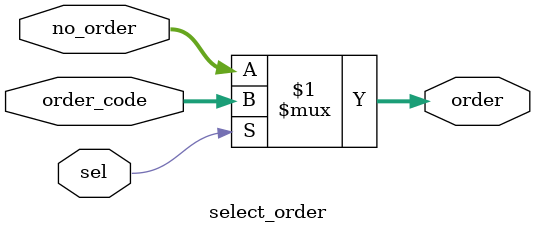
<source format=v>
`timescale 1ns / 100ps

module select_order(
    //Todo: define inputs here
	input [23:0] order_code,
	input [23:0] no_order,
	input sel,
	output [23:0] order
    	);
    
    //Todo: define registers and wires here
	wire [23:0] order;

    //Todo: define your logic here  

	//delay by 5 ticks 
	assign #5 order = (sel)? order_code : no_order;
endmodule

</source>
